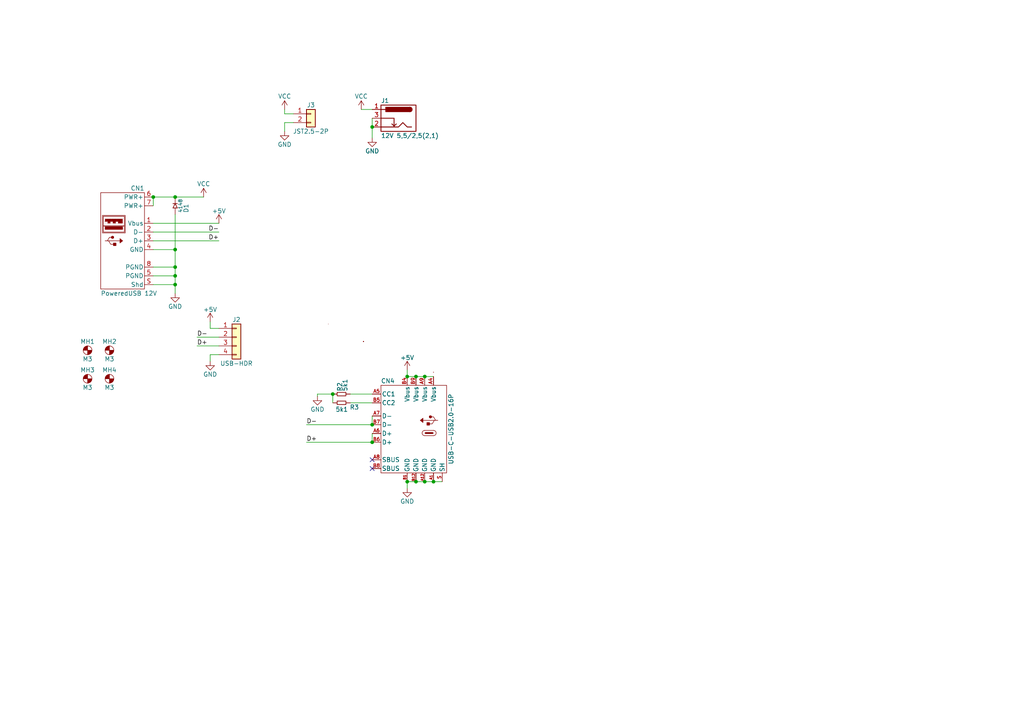
<source format=kicad_sch>
(kicad_sch (version 20230121) (generator eeschema)
  (paper "A4")
  (lib_symbols
    (symbol "Connector_Generic:Conn_01x02" (pin_names (offset 1.016) hide)
      (property "Reference" "J" (at 0 2.54 0))
      (property "Value" "Conn_01x02" (at 0 -5.08 0))
      (symbol "Conn_01x02_1_1"
        (rectangle (start -1.27 -2.413) (end 0 -2.667) (stroke (width 0.1524)))
        (rectangle (start -1.27 0.127) (end 0 -0.127) (stroke (width 0.1524)))
        (rectangle (start -1.27 1.27) (end 1.27 -3.81) (stroke (width 0.254)) (fill (type background)))
        (pin passive line (at -5.08 0 0) (length 3.81) (name "Pin_1") (number "1"))
        (pin passive line (at -5.08 -2.54 0) (length 3.81) (name "Pin_2") (number "2"))
      )
    )
    (symbol "Connector_Generic:Conn_01x04" (pin_names (offset 1.016) hide)
      (property "Reference" "J" (at 0 5.08 0))
      (property "Value" "Conn_01x04" (at 0 -7.62 0))
      (symbol "Conn_01x04_1_1"
        (rectangle (start -1.27 -4.953) (end 0 -5.207) (stroke (width 0.1524)))
        (rectangle (start -1.27 -2.413) (end 0 -2.667) (stroke (width 0.1524)))
        (rectangle (start -1.27 0.127) (end 0 -0.127) (stroke (width 0.1524)))
        (rectangle (start -1.27 2.667) (end 0 2.413) (stroke (width 0.1524)))
        (rectangle (start -1.27 3.81) (end 1.27 -6.35) (stroke (width 0.254)) (fill (type background)))
        (pin passive line (at -5.08 2.54 0) (length 3.81) (name "Pin_1") (number "1"))
        (pin passive line (at -5.08 0 0) (length 3.81) (name "Pin_2") (number "2"))
        (pin passive line (at -5.08 -2.54 0) (length 3.81) (name "Pin_3") (number "3"))
        (pin passive line (at -5.08 -5.08 0) (length 3.81) (name "Pin_4") (number "4"))
      )
    )
    (symbol "my-active:D" (pin_numbers hide) (pin_names (offset 1.016) hide)
      (property "Reference" "D" (at -0.635 3.175 0))
      (property "Value" "D" (at 0 1.524 0))
      (symbol "D_0_1"
        (polyline (pts (xy -0.635 0.635) (xy -0.635 -0.635)) (stroke (width 0.2032)))
        (polyline (pts (xy 0.635 0.635) (xy 0.635 -0.635) (xy -0.635 0) (xy 0.635 0.635)) (stroke (width 0.2032)))
      )
      (symbol "D_1_1"
        (pin passive line (at -2.54 0 0) (length 1.905) (name "C") (number "1"))
        (pin passive line (at 2.54 0 180) (length 1.905) (name "A") (number "2"))
      )
    )
    (symbol "my-conn:DC_POWER" (pin_names hide)
      (property "Reference" "J" (at 5.08 5.08 0))
      (property "Value" "DC_POWER" (at 5.08 -5.08 0))
      (symbol "DC_POWER_0_1"
        (arc (start -3.302 3.175) (mid -3.9343 2.54) (end -3.302 1.905) (stroke (width 0.254)))
        (arc (start -3.302 3.175) (mid -3.9343 2.54) (end -3.302 1.905) (stroke (width 0.254)) (fill (type outline)))
        (polyline (pts (xy 1.27 -2.286) (xy 1.905 -1.651)) (stroke (width 0.254)))
        (polyline (pts (xy 5.08 2.54) (xy 3.81 2.54)) (stroke (width 0.254)))
        (polyline (pts (xy 5.08 0) (xy 1.27 0) (xy 1.27 -2.286) (xy 0.635 -1.651)) (stroke (width 0.254)))
        (polyline (pts (xy -3.81 -2.54) (xy -2.54 -2.54) (xy -1.27 -1.27) (xy 0 -2.54) (xy 2.54 -2.54) (xy 5.08 -2.54)) (stroke (width 0.254)))
        (rectangle (start 3.683 3.175) (end -3.302 1.905) (stroke (width 0.254)) (fill (type outline)))
      )
      (symbol "DC_POWER_1_1"
        (rectangle (start -5.08 3.81) (end 5.08 -3.81) (stroke (width 0.254)))
        (pin unspecified line (at 7.62 2.54 180) (length 2.54) (name "~") (number "1"))
        (pin unspecified line (at 7.62 -2.54 180) (length 2.54) (name "~") (number "2"))
        (pin unspecified line (at 7.62 0 180) (length 2.54) (name "~") (number "3"))
      )
    )
    (symbol "my-conn:USB-C_USB2.0-16P" (pin_names (offset 0.254))
      (property "Reference" "CN" (at 0 1.27 0))
      (property "Value" "USB-C-USB2.0-16P" (at -20.32 -12.7 90))
      (symbol "USB-C_USB2.0-16P_0_1"
        (rectangle (start -19.05 0) (end 0 -25.4) (stroke (width 0.1524)))
        (arc (start -15.2625 -13.081) (mid -16 -13.8541) (end -15.24 -14.605))
        (rectangle (start -15.24 3.81) (end -15.24 3.81) (stroke (width 0.1524)))
        (rectangle (start -15.24 3.81) (end -15.24 3.81) (stroke (width 0.1524)))
        (rectangle (start -15.24 3.81) (end -15.24 3.81) (stroke (width 0.1524)))
        (rectangle (start -15.24 3.81) (end -15.24 3.81) (stroke (width 0.1524)))
        (circle (center -14.351 -9.144) (radius 0.3556) (fill (type outline)))
        (rectangle (start -14.097 -10.795) (end -13.335 -11.557) (fill (type outline)))
        (arc (start -12.6754 -14.6048) (mid -11.9379 -13.8317) (end -12.6979 -13.0808))
        (polyline (pts (xy -16.51 -10.16) (xy -11.43 -10.16)))
        (polyline (pts (xy -15.24 -14.605) (xy -12.7 -14.605)))
        (polyline (pts (xy -12.7 -13.081) (xy -15.24 -13.081)))
        (polyline (pts (xy -14.605 -9.144) (xy -15.24 -9.144) (xy -15.875 -10.16)))
        (polyline (pts (xy -14.097 -11.176) (xy -14.859 -11.176) (xy -15.494 -10.16)))
        (polyline (pts (xy -11.43 -10.16) (xy -12.192 -9.525) (xy -12.192 -10.795) (xy -11.43 -10.16)) (fill (type outline)))
        (rectangle (start 5.08 12.7) (end 5.08 12.7) (stroke (width 0.1524)))
        (rectangle (start 5.08 12.7) (end 5.08 12.7) (stroke (width 0.1524)))
        (rectangle (start 5.08 12.7) (end 5.08 12.7) (stroke (width 0.1524)))
        (rectangle (start 5.08 12.7) (end 5.08 12.7) (stroke (width 0.1524)))
        (rectangle (start 5.08 12.7) (end 5.08 12.7) (stroke (width 0.1524)))
        (rectangle (start 5.08 12.7) (end 5.08 12.7) (stroke (width 0.1524)))
        (rectangle (start 5.08 12.7) (end 5.08 12.7) (stroke (width 0.1524)))
        (rectangle (start 5.08 12.7) (end 5.08 12.7) (stroke (width 0.1524)))
        (rectangle (start 5.08 12.7) (end 5.08 12.7) (stroke (width 0.1524)))
        (rectangle (start 5.08 12.7) (end 5.08 12.7) (stroke (width 0.1524)))
        (rectangle (start 5.08 12.7) (end 5.08 12.7) (stroke (width 0.1524)))
        (rectangle (start 5.08 12.7) (end 5.08 12.7) (stroke (width 0.1524)))
        (rectangle (start 5.08 12.7) (end 5.08 12.7) (stroke (width 0.1524)))
        (rectangle (start 5.08 12.7) (end 5.08 12.7) (stroke (width 0.1524)))
        (rectangle (start 5.08 12.7) (end 5.08 12.7) (stroke (width 0.1524)))
        (rectangle (start 5.08 12.7) (end 5.08 12.7) (stroke (width 0.1524)))
        (rectangle (start 5.08 12.7) (end 5.08 12.7) (stroke (width 0.1524)))
        (rectangle (start 5.08 12.7) (end 5.08 12.7) (stroke (width 0.1524)) (fill (type outline)))
        (rectangle (start 15.24 17.78) (end 15.24 17.78) (stroke (width 0.1524)))
      )
      (symbol "USB-C_USB2.0-16P_1_1"
        (polyline (pts (xy -14.986 -13.843) (xy -12.954 -13.843)) (stroke (width 0.508)))
        (pin unspecified line (at -15.24 -27.94 90) (length 2.54) (name "GND") (number "A1"))
        (pin unspecified line (at -12.7 -27.94 90) (length 2.54) (name "GND") (number "A12"))
        (pin unspecified line (at -15.24 2.54 270) (length 2.54) (name "Vbus") (number "A4"))
        (pin unspecified line (at 2.54 -2.54 180) (length 2.54) (name "CC1") (number "A5"))
        (pin unspecified line (at 2.54 -13.97 180) (length 2.54) (name "D+") (number "A6"))
        (pin unspecified line (at 2.54 -8.89 180) (length 2.54) (name "D-") (number "A7"))
        (pin unspecified line (at 2.54 -21.59 180) (length 2.54) (name "SBUS") (number "A8"))
        (pin unspecified line (at -12.7 2.54 270) (length 2.54) (name "Vbus") (number "A9"))
        (pin unspecified line (at -7.62 -27.94 90) (length 2.54) (name "GND") (number "B1"))
        (pin unspecified line (at -10.16 -27.94 90) (length 2.54) (name "GND") (number "B12"))
        (pin unspecified line (at -7.62 2.54 270) (length 2.54) (name "Vbus") (number "B4"))
        (pin unspecified line (at 2.54 -5.08 180) (length 2.54) (name "CC2") (number "B5"))
        (pin unspecified line (at 2.54 -16.51 180) (length 2.54) (name "D+") (number "B6"))
        (pin unspecified line (at 2.54 -11.43 180) (length 2.54) (name "D-") (number "B7"))
        (pin unspecified line (at 2.54 -24.13 180) (length 2.54) (name "SBUS") (number "B8"))
        (pin unspecified line (at -10.16 2.54 270) (length 2.54) (name "Vbus") (number "B9"))
        (pin unspecified line (at -17.78 -27.94 90) (length 2.54) (name "SH") (number "S"))
      )
    )
    (symbol "my-conn:USB-PoweredUSB" (pin_names (offset 0.254))
      (property "Reference" "CN" (at 0 12.7 0))
      (property "Value" "USB-PoweredUSB" (at -12.7 -17.78 0))
      (symbol "USB-PoweredUSB_0_1"
        (rectangle (start -12.7 11.43) (end 0 -16.51))
        (rectangle (start -11.938 1.778) (end -5.842 0))
        (rectangle (start -11.938 4.572) (end -5.842 1.778))
        (circle (center -9.271 -1.524) (radius 0.3556) (fill (type outline)))
        (rectangle (start -9.017 -3.175) (end -8.255 -3.937) (fill (type outline)))
        (polyline (pts (xy -11.43 -2.54) (xy -6.35 -2.54)))
        (polyline (pts (xy -9.525 -1.524) (xy -10.16 -1.524) (xy -10.795 -2.54)))
        (polyline (pts (xy -9.017 -3.556) (xy -9.779 -3.556) (xy -10.414 -2.54)))
        (polyline (pts (xy -6.35 -2.54) (xy -7.112 -1.905) (xy -7.112 -3.175) (xy -6.35 -2.54)) (fill (type outline)))
      )
      (symbol "USB-PoweredUSB_1_1"
        (rectangle (start -12.192 4.826) (end -5.588 -0.254))
        (rectangle (start -11.43 1.524) (end -6.35 0.762) (fill (type outline)))
        (rectangle (start -11.43 3.048) (end -10.668 2.54) (stroke (width 0.0508) (type dot)))
        (rectangle (start -9.906 3.048) (end -9.144 2.54) (stroke (width 0.0508) (type dot)))
        (rectangle (start -8.382 3.048) (end -7.62 2.54) (stroke (width 0.0508) (type dot)))
        (polyline (pts (xy -11.43 3.048) (xy -10.668 3.048) (xy -10.668 2.54) (xy -9.906 2.54) (xy -9.906 3.048) (xy -9.144 3.048) (xy -9.144 2.54) (xy -8.382 2.54) (xy -8.382 3.048) (xy -7.62 3.048) (xy -7.62 2.54) (xy -6.35 2.54) (xy -6.35 3.81) (xy -11.43 3.81) (xy -11.43 3.048)) (fill (type outline)))
        (pin unspecified line (at 2.54 2.54 180) (length 2.54) (name "Vbus") (number "1"))
        (pin unspecified line (at 2.54 0 180) (length 2.54) (name "D-") (number "2"))
        (pin unspecified line (at 2.54 -2.54 180) (length 2.54) (name "D+") (number "3"))
        (pin unspecified line (at 2.54 -5.08 180) (length 2.54) (name "GND") (number "4"))
        (pin unspecified line (at 2.54 -12.7 180) (length 2.54) (name "PGND") (number "5"))
        (pin unspecified line (at 2.54 10.16 180) (length 2.54) (name "PWR+") (number "6"))
        (pin unspecified line (at 2.54 7.62 180) (length 2.54) (name "PWR+") (number "7"))
        (pin unspecified line (at 2.54 -10.16 180) (length 2.54) (name "PGND") (number "8"))
        (pin unspecified line (at 2.54 -15.24 180) (length 2.54) (name "Shd") (number "S"))
      )
    )
    (symbol "my-generic:MHOLE" (pin_numbers hide) (pin_names (offset 0) hide) (in_bom no)
      (property "Reference" "MH" (at 0 2.54 0))
      (property "Value" "MHOLE" (at 0 -2.54 0))
      (symbol "MHOLE_0_1"
        (polyline (pts (xy -1.1938 0) (xy 0 0) (xy 0 1.27) (xy -0.254 1.1684) (xy -0.5588 1.0414) (xy -0.762 0.9144) (xy -0.889 0.7874) (xy -1.016 0.635) (xy -1.0922 0.4826) (xy -1.1684 0.2794) (xy -1.1938 0.127) (xy -1.1938 0)) (stroke (width 0.1524)) (fill (type outline)))
        (polyline (pts (xy 1.1938 0) (xy 0 0) (xy 0 -1.27) (xy 0.254 -1.1684) (xy 0.5588 -1.0414) (xy 0.762 -0.9144) (xy 0.889 -0.7874) (xy 1.016 -0.635) (xy 1.0922 -0.4826) (xy 1.1684 -0.2794) (xy 1.1938 -0.127) (xy 1.1938 0)) (stroke (width 0.1524)) (fill (type outline)))
        (circle (center 0 0) (radius 1.27) (stroke (width 0.1524)))
      )
    )
    (symbol "my-passive:R" (pin_numbers hide) (pin_names (offset 0.254) hide)
      (property "Reference" "R" (at 0.762 0.508 0))
      (property "Value" "R" (at 0.762 -1.016 0))
      (symbol "R_0_1"
        (rectangle (start -0.508 1.27) (end 0.508 -1.27) (stroke (width 0.2032)))
      )
      (symbol "R_1_1"
        (pin passive line (at 0 2.54 270) (length 1.27) (name "~") (number "1"))
        (pin passive line (at 0 -2.54 90) (length 1.27) (name "~") (number "2"))
      )
    )
    (symbol "power:+5V" (power) (pin_names (offset 0))
      (property "Value" "+5V" (at 0 3.556 0))
      (symbol "+5V_0_1"
        (polyline (pts (xy -0.762 1.27) (xy 0 2.54)))
        (polyline (pts (xy 0 0) (xy 0 2.54)))
        (polyline (pts (xy 0 2.54) (xy 0.762 1.27)))
      )
      (symbol "+5V_1_1"
        (pin power_in line (at 0 0 90) (length 0) hide (name "+5V") (number "1"))
      )
    )
    (symbol "power:GND" (power) (pin_names (offset 0))
      (property "Value" "GND" (at 0 -3.81 0))
      (symbol "GND_0_1"
        (polyline (pts (xy 0 0) (xy 0 -1.27) (xy 1.27 -1.27) (xy 0 -2.54) (xy -1.27 -1.27) (xy 0 -1.27)))
      )
      (symbol "GND_1_1"
        (pin power_in line (at 0 0 270) (length 0) hide (name "GND") (number "1"))
      )
    )
    (symbol "power:VCC" (power) (pin_names (offset 0))
      (property "Value" "VCC" (at 0 3.81 0))
      (symbol "VCC_0_1"
        (polyline (pts (xy -0.762 1.27) (xy 0 2.54)))
        (polyline (pts (xy 0 0) (xy 0 2.54)))
        (polyline (pts (xy 0 2.54) (xy 0.762 1.27)))
      )
      (symbol "VCC_1_1"
        (pin power_in line (at 0 0 90) (length 0) hide (name "VCC") (number "1"))
      )
    )
  )
  (junction (at 123.19 109.22))
  (junction (at 50.8 72.39))
  (junction (at 107.95 128.27))
  (junction (at 44.45 57.15))
  (junction (at 125.73 139.7))
  (junction (at 50.8 77.47))
  (junction (at 120.65 139.7))
  (junction (at 120.65 109.22))
  (junction (at 107.95 123.19))
  (junction (at 118.11 139.7))
  (junction (at 50.8 57.15))
  (junction (at 107.95 36.83))
  (junction (at 50.8 82.55))
  (junction (at 123.19 139.7))
  (junction (at 50.8 80.01))
  (junction (at 96.52 114.3))
  (junction (at 118.11 109.22))
  (no_connect (at 107.95 135.89))
  (no_connect (at 107.95 133.35))
  (wire (pts (xy 96.52 114.3) (xy 96.52 116.84)))
  (wire (pts (xy 118.11 107.315) (xy 118.11 109.22)))
  (wire (pts (xy 120.65 109.22) (xy 118.11 109.22)))
  (wire (pts (xy 107.95 125.73) (xy 107.95 128.27)))
  (wire (pts (xy 107.95 34.29) (xy 107.95 36.83)))
  (wire (pts (xy 44.45 64.77) (xy 63.5 64.77)))
  (wire (pts (xy 82.55 33.02) (xy 82.55 31.75)))
  (wire (pts (xy 44.45 67.31) (xy 63.5 67.31)))
  (wire (pts (xy 50.8 72.39) (xy 50.8 77.47)))
  (wire (pts (xy 60.96 95.25) (xy 63.5 95.25)))
  (wire (pts (xy 60.96 102.87) (xy 60.96 104.775)))
  (wire (pts (xy 128.27 139.7) (xy 125.73 139.7)))
  (wire (pts (xy 50.8 82.55) (xy 50.8 85.09)))
  (wire (pts (xy 44.45 69.85) (xy 63.5 69.85)))
  (wire (pts (xy 44.45 77.47) (xy 50.8 77.47)))
  (wire (pts (xy 88.9 123.19) (xy 107.95 123.19)))
  (wire (pts (xy 63.5 102.87) (xy 60.96 102.87)))
  (wire (pts (xy 44.45 57.15) (xy 44.45 59.69)))
  (wire (pts (xy 101.6 114.3) (xy 107.95 114.3)))
  (wire (pts (xy 50.8 62.23) (xy 50.8 72.39)))
  (wire (pts (xy 60.96 93.345) (xy 60.96 95.25)))
  (wire (pts (xy 107.95 36.83) (xy 107.95 40.005)))
  (wire (pts (xy 120.65 139.7) (xy 118.11 139.7)))
  (wire (pts (xy 82.55 35.56) (xy 82.55 38.1)))
  (wire (pts (xy 107.95 120.65) (xy 107.95 123.19)))
  (wire (pts (xy 50.8 57.15) (xy 59.055 57.15)))
  (wire (pts (xy 88.9 128.27) (xy 107.95 128.27)))
  (wire (pts (xy 44.45 72.39) (xy 50.8 72.39)))
  (wire (pts (xy 125.73 139.7) (xy 123.19 139.7)))
  (wire (pts (xy 101.6 116.84) (xy 107.95 116.84)))
  (wire (pts (xy 123.19 109.22) (xy 120.65 109.22)))
  (wire (pts (xy 104.775 31.75) (xy 107.95 31.75)))
  (wire (pts (xy 85.09 35.56) (xy 82.55 35.56)))
  (wire (pts (xy 92.075 114.3) (xy 92.075 114.935)))
  (wire (pts (xy 123.19 139.7) (xy 120.65 139.7)))
  (wire (pts (xy 96.52 114.3) (xy 92.075 114.3)))
  (wire (pts (xy 44.45 80.01) (xy 50.8 80.01)))
  (wire (pts (xy 57.15 100.33) (xy 63.5 100.33)))
  (wire (pts (xy 125.73 109.22) (xy 123.19 109.22)))
  (wire (pts (xy 118.11 139.7) (xy 118.11 141.605)))
  (wire (pts (xy 50.8 80.01) (xy 50.8 82.55)))
  (wire (pts (xy 44.45 82.55) (xy 50.8 82.55)))
  (wire (pts (xy 44.45 57.15) (xy 50.8 57.15)))
  (wire (pts (xy 57.15 97.79) (xy 63.5 97.79)))
  (wire (pts (xy 50.8 77.47) (xy 50.8 80.01)))
  (wire (pts (xy 85.09 33.02) (xy 82.55 33.02)))
  (label "D+" (at 88.9 128.27 0))
  (label "D-" (at 88.9 123.19 0))
  (label "D+" (at 57.15 100.33 0))
  (label "D-" (at 63.5 67.31 180))
  (label "D+" (at 63.5 69.85 180))
  (label "D-" (at 57.15 97.79 0))
  (symbol (lib_id "power:GND") (at 107.95 40.005 0) (unit 1)
    (property "Reference" "#PWR07" (effects hide))
    (property "Value" "GND" (at 107.95 43.815 0))
  )
  (symbol (lib_id "power:VCC") (at 104.775 31.75 0) (unit 1)
    (property "Reference" "#PWR06" (effects hide))
    (property "Value" "VCC" (at 104.775 27.94 0))
  )
  (symbol (lib_id "Connector_Generic:Conn_01x02") (at 90.17 33.02 0) (unit 1)
    (property "Reference" "J3" (at 90.17 30.48 0))
    (property "Value" "JST2.5-2P" (at 90.17 38.1 0))
    (property "Footprint" "MyConn-Conn250:WG04S-2.5-02P-V" (effects hide))
  )
  (symbol (lib_id "power:+5V") (at 118.11 107.315 0) (unit 1)
    (property "Reference" "#PWR012" (effects hide))
    (property "Value" "+5V" (at 118.11 103.759 0))
  )
  (symbol (lib_id "my-generic:MHOLE") (at 25.4 109.855 0) (unit 1) (in_bom no)
    (property "Reference" "MH3" (at 25.4 107.315 0))
    (property "Value" "M3" (at 25.4 112.395 0))
    (property "Footprint" "MyMechanicals:MHOLE-3.2MM" (effects hide))
  )
  (symbol (lib_id "power:GND") (at 118.11 141.605 0) (unit 1)
    (property "Reference" "#PWR010" (effects hide))
    (property "Value" "GND" (at 118.11 145.415 0))
  )
  (symbol (lib_id "my-conn:DC_POWER") (at 115.57 34.29 0) (mirror y) (unit 1)
    (property "Reference" "J1" (at 110.49 29.21 0) (effects (justify right)))
    (property "Value" "12V 5,5/2,5(2,1)" (at 110.49 39.37 0) (effects (justify right)))
    (property "Footprint" "MyConnectors:DC_POWER" (effects hide))
  )
  (symbol (lib_id "power:VCC") (at 82.55 31.75 0) (unit 1)
    (property "Reference" "#PWR016" (effects hide))
    (property "Value" "VCC" (at 82.55 27.94 0))
  )
  (symbol (lib_id "my-conn:USB-C_USB2.0-16P") (at 110.49 111.76 0) (mirror y) (unit 1)
    (property "Reference" "CN4" (at 110.49 110.49 0) (effects (justify right)))
    (property "Value" "USB-C-USB2.0-16P" (at 130.81 124.46 90))
    (property "Footprint" "MyConn-USB:USBC-F-USB2-16P" (effects hide))
  )
  (symbol (lib_id "my-generic:MHOLE") (at 31.75 109.855 0) (unit 1) (in_bom no)
    (property "Reference" "MH4" (at 31.75 107.315 0))
    (property "Value" "M3" (at 31.75 112.395 0))
    (property "Footprint" "MyMechanicals:MHOLE-3.2MM" (effects hide))
  )
  (symbol (lib_id "my-active:D") (at 50.8 59.69 270) (unit 1)
    (property "Reference" "D1" (at 53.975 59.055 0) (effects (justify left)))
    (property "Value" "4148" (at 52.324 59.69 0) (effects (font (size 1.016 1.016))))
    (property "Footprint" "MySMT:D_MiniMELF_HS" (effects hide))
  )
  (symbol (lib_id "power:GND") (at 92.075 114.935 0) (unit 1)
    (property "Reference" "#PWR09" (effects hide))
    (property "Value" "GND" (at 92.075 118.745 0))
  )
  (symbol (lib_id "power:+5V") (at 63.5 64.77 0) (unit 1)
    (property "Reference" "#PWR02" (effects hide))
    (property "Value" "+5V" (at 63.5 61.214 0))
  )
  (symbol (lib_id "my-conn:USB-PoweredUSB") (at 41.91 67.31 0) (unit 1)
    (property "Reference" "CN1" (at 41.91 54.61 0) (effects (justify right)))
    (property "Value" "PoweredUSB 12V" (at 29.21 85.09 0) (effects (justify left)))
    (property "Footprint" "MyConn-USB:AMP_55917-500LF" (effects hide))
  )
  (symbol (lib_id "my-generic:MHOLE") (at 25.4 101.6 0) (unit 1) (in_bom no)
    (property "Reference" "MH1" (at 25.4 99.06 0))
    (property "Value" "M3" (at 25.4 104.14 0))
    (property "Footprint" "MyMechanicals:MHOLE-3.2MM" (effects hide))
  )
  (symbol (lib_id "my-generic:MHOLE") (at 31.75 101.6 0) (unit 1) (in_bom no)
    (property "Reference" "MH2" (at 31.75 99.06 0))
    (property "Value" "M3" (at 31.75 104.14 0))
    (property "Footprint" "MyMechanicals:MHOLE-3.2MM" (effects hide))
  )
  (symbol (lib_id "Connector_Generic:Conn_01x04") (at 68.58 97.79 0) (unit 1)
    (property "Reference" "J2" (at 68.58 92.71 0))
    (property "Value" "USB-HDR" (at 68.58 105.41 0))
    (property "Footprint" "MyHeaders:HDR1X04_V" (effects hide))
  )
  (symbol (lib_id "my-passive:R") (at 99.06 114.3 90) (unit 1)
    (property "Reference" "R2" (at 98.552 113.538 0) (effects (justify left)))
    (property "Value" "5k1" (at 100.076 113.538 0) (effects (justify left)))
    (property "Footprint" "MySMT:R_0402_HS2" (effects hide))
  )
  (symbol (lib_id "my-passive:R") (at 99.06 116.84 90) (unit 1)
    (property "Reference" "R3" (at 104.14 118.11 90) (effects (justify left)))
    (property "Value" "5k1" (at 100.965 118.745 90) (effects (justify left)))
    (property "Footprint" "MySMT:R_0402_HS2" (effects hide))
  )
  (symbol (lib_id "power:GND") (at 50.8 85.09 0) (unit 1)
    (property "Reference" "#PWR01" (effects hide))
    (property "Value" "GND" (at 50.8 88.9 0))
  )
  (symbol (lib_id "power:+5V") (at 60.96 93.345 0) (unit 1)
    (property "Reference" "#PWR014" (effects hide))
    (property "Value" "+5V" (at 60.96 89.789 0))
  )
  (symbol (lib_id "power:GND") (at 60.96 104.775 0) (unit 1)
    (property "Reference" "#PWR013" (effects hide))
    (property "Value" "GND" (at 60.96 108.585 0))
  )
  (symbol (lib_id "power:GND") (at 82.55 38.1 0) (unit 1)
    (property "Reference" "#PWR015" (effects hide))
    (property "Value" "GND" (at 82.55 41.91 0))
  )
  (symbol (lib_id "power:VCC") (at 59.055 57.15 0) (unit 1)
    (property "Reference" "#PWR03" (effects hide))
    (property "Value" "VCC" (at 59.055 53.34 0))
  )
)
</source>
